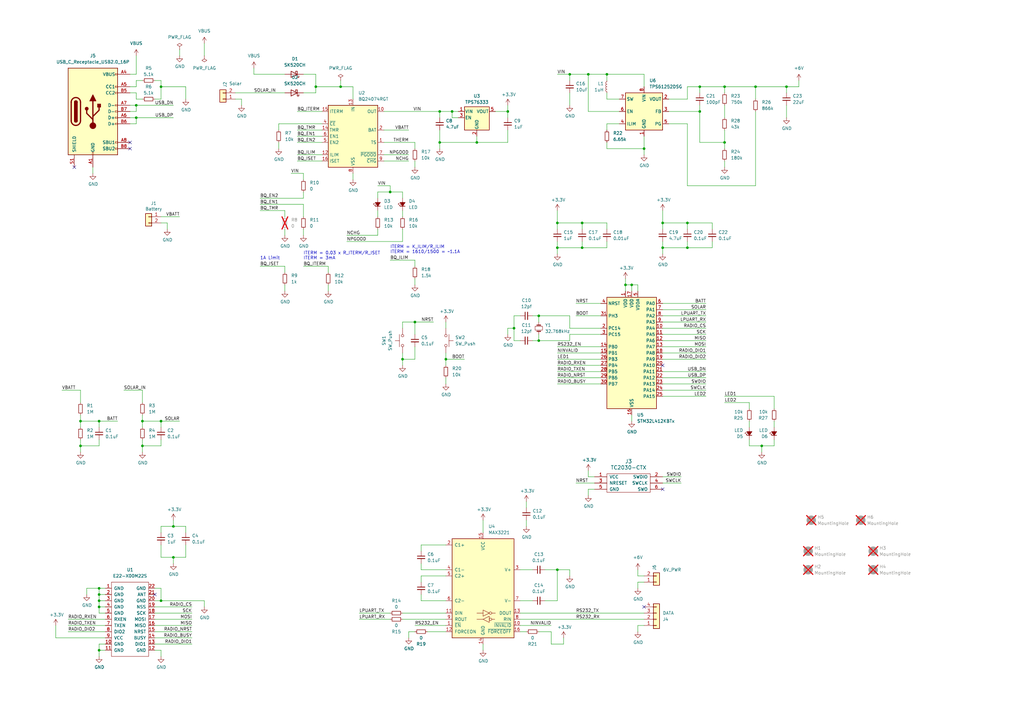
<source format=kicad_sch>
(kicad_sch (version 20230121) (generator eeschema)
  (paper "A3")
  (title_block (title "Chaac NG") (date "2024-07-21") (rev "7.1") (company "Quesadillon LLC"))
  (junction (at 33.02 182.88))
  (junction (at 182.88 147.32))
  (junction (at 281.94 101.6))
  (junction (at 40.64 248.92))
  (junction (at 66.04 172.72))
  (junction (at 309.88 35.56))
  (junction (at 238.76 101.6))
  (junction (at 55.88 48.26))
  (junction (at 71.12 228.6))
  (junction (at 66.04 35.56))
  (junction (at 208.28 45.72))
  (junction (at 287.02 45.72))
  (junction (at 228.6 101.6))
  (junction (at 40.64 243.84))
  (junction (at 129.54 35.56))
  (junction (at 322.58 35.56))
  (junction (at 220.98 139.7))
  (junction (at 195.58 58.42))
  (junction (at 139.7 35.56))
  (junction (at 256.54 116.84))
  (junction (at 71.12 215.9))
  (junction (at 233.68 30.48))
  (junction (at 228.6 233.68))
  (junction (at 185.42 45.72))
  (junction (at 165.1 147.32))
  (junction (at 40.64 246.38))
  (junction (at 238.76 91.44))
  (junction (at 281.94 91.44))
  (junction (at 40.64 172.72))
  (junction (at 297.18 58.42))
  (junction (at 58.42 182.88))
  (junction (at 248.92 30.48))
  (junction (at 66.04 246.38))
  (junction (at 287.02 35.56))
  (junction (at 210.82 134.62))
  (junction (at 33.02 172.72))
  (junction (at 170.18 132.08))
  (junction (at 180.34 45.72))
  (junction (at 271.78 91.44))
  (junction (at 297.18 35.56))
  (junction (at 241.3 30.48))
  (junction (at 160.02 78.74))
  (junction (at 55.88 43.18))
  (junction (at 264.16 60.96))
  (junction (at 312.42 182.88))
  (junction (at 220.98 129.54))
  (junction (at 40.64 266.7))
  (junction (at 58.42 172.72))
  (junction (at 259.08 116.84))
  (junction (at 180.34 58.42))
  (junction (at 271.78 101.6))
  (junction (at 228.6 91.44))
  (junction (at 40.64 241.3))
  (no_connect (at 30.48 68.58))
  (no_connect (at 271.78 200.66))
  (no_connect (at 63.5 243.84))
  (no_connect (at 53.34 60.96))
  (no_connect (at 53.34 58.42))
  (no_connect (at 264.16 248.92))
  (no_connect (at 271.78 149.86))
  (wire (pts (xy 66.04 215.9) (xy 66.04 218.44)))
  (wire (pts (xy 238.76 101.6) (xy 228.6 101.6)))
  (wire (pts (xy 66.04 40.64) (xy 66.04 35.56)))
  (wire (pts (xy 233.68 30.48) (xy 233.68 33.02)))
  (wire (pts (xy 43.18 256.54) (xy 27.94 256.54)))
  (wire (pts (xy 53.34 38.1) (xy 55.88 38.1)))
  (wire (pts (xy 233.68 38.1) (xy 233.68 43.18)))
  (wire (pts (xy 246.38 142.24) (xy 228.6 142.24)))
  (wire (pts (xy 63.5 241.3) (xy 66.04 241.3)))
  (wire (pts (xy 165.1 147.32) (xy 165.1 149.86)))
  (wire (pts (xy 76.2 35.56) (xy 76.2 40.64)))
  (wire (pts (xy 223.52 233.68) (xy 228.6 233.68)))
  (wire (pts (xy 170.18 142.24) (xy 170.18 147.32)))
  (wire (pts (xy 55.88 35.56) (xy 55.88 33.02)))
  (wire (pts (xy 83.82 17.78) (xy 83.82 22.86)))
  (wire (pts (xy 187.96 48.26) (xy 185.42 48.26)))
  (wire (pts (xy 58.42 170.18) (xy 58.42 172.72)))
  (wire (pts (xy 55.88 43.18) (xy 71.12 43.18)))
  (wire (pts (xy 287.02 35.56) (xy 297.18 35.56)))
  (wire (pts (xy 243.84 195.58) (xy 241.3 195.58)))
  (wire (pts (xy 213.36 254) (xy 264.16 254)))
  (wire (pts (xy 287.02 35.56) (xy 287.02 38.1)))
  (wire (pts (xy 40.64 266.7) (xy 43.18 266.7)))
  (wire (pts (xy 271.78 101.6) (xy 281.94 101.6)))
  (wire (pts (xy 116.84 93.98) (xy 116.84 96.52)))
  (wire (pts (xy 157.48 63.5) (xy 167.64 63.5)))
  (wire (pts (xy 40.64 264.16) (xy 43.18 264.16)))
  (wire (pts (xy 271.78 132.08) (xy 289.56 132.08)))
  (wire (pts (xy 170.18 114.3) (xy 170.18 116.84)))
  (wire (pts (xy 154.94 86.36) (xy 154.94 88.9)))
  (wire (pts (xy 154.94 76.2) (xy 160.02 76.2)))
  (wire (pts (xy 233.68 233.68) (xy 233.68 236.22)))
  (wire (pts (xy 165.1 254) (xy 182.88 254)))
  (wire (pts (xy 55.88 45.72) (xy 55.88 43.18)))
  (wire (pts (xy 71.12 228.6) (xy 71.12 231.14)))
  (wire (pts (xy 281.94 91.44) (xy 292.1 91.44)))
  (wire (pts (xy 165.1 78.74) (xy 165.1 81.28)))
  (wire (pts (xy 33.02 172.72) (xy 40.64 172.72)))
  (wire (pts (xy 297.18 35.56) (xy 297.18 38.1)))
  (wire (pts (xy 124.46 83.82) (xy 124.46 88.9)))
  (wire (pts (xy 134.62 109.22) (xy 134.62 111.76)))
  (wire (pts (xy 185.42 45.72) (xy 187.96 45.72)))
  (wire (pts (xy 160.02 78.74) (xy 165.1 78.74)))
  (wire (pts (xy 43.18 246.38) (xy 40.64 246.38)))
  (wire (pts (xy 40.64 182.88) (xy 33.02 182.88)))
  (wire (pts (xy 66.04 241.3) (xy 66.04 246.38)))
  (wire (pts (xy 55.88 38.1) (xy 55.88 40.64)))
  (wire (pts (xy 144.78 40.64) (xy 144.78 35.56)))
  (wire (pts (xy 129.54 38.1) (xy 129.54 35.56)))
  (wire (pts (xy 33.02 172.72) (xy 33.02 175.26)))
  (wire (pts (xy 213.36 259.08) (xy 215.9 259.08)))
  (wire (pts (xy 213.36 251.46) (xy 264.16 251.46)))
  (wire (pts (xy 264.16 60.96) (xy 264.16 63.5)))
  (wire (pts (xy 182.88 147.32) (xy 182.88 149.86)))
  (wire (pts (xy 271.78 101.6) (xy 271.78 104.14)))
  (wire (pts (xy 312.42 182.88) (xy 312.42 185.42)))
  (wire (pts (xy 297.18 53.34) (xy 297.18 58.42)))
  (wire (pts (xy 248.92 33.02) (xy 248.92 30.48)))
  (wire (pts (xy 35.56 241.3) (xy 35.56 243.84)))
  (wire (pts (xy 63.5 251.46) (xy 78.74 251.46)))
  (wire (pts (xy 208.28 45.72) (xy 208.28 48.26)))
  (wire (pts (xy 129.54 30.48) (xy 129.54 35.56)))
  (wire (pts (xy 165.1 132.08) (xy 170.18 132.08)))
  (wire (pts (xy 220.98 139.7) (xy 233.68 139.7)))
  (wire (pts (xy 238.76 101.6) (xy 238.76 99.06)))
  (wire (pts (xy 309.88 35.56) (xy 309.88 40.64)))
  (wire (pts (xy 99.06 43.18) (xy 99.06 40.64)))
  (wire (pts (xy 165.1 86.36) (xy 165.1 88.9)))
  (wire (pts (xy 281.94 101.6) (xy 292.1 101.6)))
  (wire (pts (xy 256.54 116.84) (xy 256.54 119.38)))
  (wire (pts (xy 210.82 134.62) (xy 208.28 134.62)))
  (wire (pts (xy 271.78 137.16) (xy 289.56 137.16)))
  (wire (pts (xy 271.78 129.54) (xy 289.56 129.54)))
  (wire (pts (xy 281.94 99.06) (xy 281.94 101.6)))
  (wire (pts (xy 210.82 134.62) (xy 210.82 129.54)))
  (wire (pts (xy 116.84 116.84) (xy 116.84 119.38)))
  (wire (pts (xy 66.04 33.02) (xy 63.5 33.02)))
  (wire (pts (xy 139.7 33.02) (xy 139.7 35.56)))
  (wire (pts (xy 121.92 66.04) (xy 132.08 66.04)))
  (wire (pts (xy 76.2 215.9) (xy 76.2 218.44)))
  (wire (pts (xy 261.62 241.3) (xy 261.62 238.76)))
  (wire (pts (xy 63.5 254) (xy 78.74 254)))
  (wire (pts (xy 71.12 228.6) (xy 66.04 228.6)))
  (wire (pts (xy 50.8 160.02) (xy 58.42 160.02)))
  (wire (pts (xy 281.94 40.64) (xy 281.94 35.56)))
  (wire (pts (xy 287.02 58.42) (xy 297.18 58.42)))
  (wire (pts (xy 106.68 86.36) (xy 116.84 86.36)))
  (wire (pts (xy 271.78 86.36) (xy 271.78 91.44)))
  (wire (pts (xy 271.78 198.12) (xy 279.4 198.12)))
  (wire (pts (xy 66.04 180.34) (xy 66.04 182.88)))
  (wire (pts (xy 185.42 45.72) (xy 180.34 45.72)))
  (wire (pts (xy 55.88 50.8) (xy 55.88 48.26)))
  (wire (pts (xy 228.6 144.78) (xy 246.38 144.78)))
  (wire (pts (xy 256.54 114.3) (xy 256.54 116.84)))
  (wire (pts (xy 182.88 233.68) (xy 172.72 233.68)))
  (wire (pts (xy 66.04 246.38) (xy 83.82 246.38)))
  (wire (pts (xy 172.72 238.76) (xy 172.72 236.22)))
  (wire (pts (xy 215.9 205.74) (xy 215.9 208.28)))
  (wire (pts (xy 154.94 93.98) (xy 154.94 96.52)))
  (wire (pts (xy 185.42 48.26) (xy 185.42 45.72)))
  (wire (pts (xy 317.5 172.72) (xy 317.5 175.26)))
  (wire (pts (xy 180.34 45.72) (xy 180.34 48.26)))
  (wire (pts (xy 248.92 60.96) (xy 264.16 60.96)))
  (wire (pts (xy 134.62 116.84) (xy 134.62 119.38)))
  (wire (pts (xy 271.78 139.7) (xy 289.56 139.7)))
  (wire (pts (xy 228.6 101.6) (xy 228.6 104.14)))
  (wire (pts (xy 71.12 215.9) (xy 66.04 215.9)))
  (wire (pts (xy 172.72 233.68) (xy 172.72 231.14)))
  (wire (pts (xy 142.24 99.06) (xy 165.1 99.06)))
  (wire (pts (xy 241.3 45.72) (xy 241.3 30.48)))
  (wire (pts (xy 271.78 99.06) (xy 271.78 101.6)))
  (wire (pts (xy 274.32 45.72) (xy 287.02 45.72)))
  (wire (pts (xy 236.22 129.54) (xy 246.38 129.54)))
  (wire (pts (xy 121.92 45.72) (xy 132.08 45.72)))
  (wire (pts (xy 238.76 91.44) (xy 238.76 93.98)))
  (wire (pts (xy 261.62 233.68) (xy 261.62 236.22)))
  (wire (pts (xy 317.5 167.64) (xy 317.5 162.56)))
  (wire (pts (xy 180.34 58.42) (xy 180.34 60.96)))
  (wire (pts (xy 317.5 182.88) (xy 317.5 180.34)))
  (wire (pts (xy 261.62 238.76) (xy 264.16 238.76)))
  (wire (pts (xy 170.18 256.54) (xy 182.88 256.54)))
  (wire (pts (xy 170.18 132.08) (xy 170.18 137.16)))
  (wire (pts (xy 246.38 147.32) (xy 228.6 147.32)))
  (wire (pts (xy 213.36 233.68) (xy 218.44 233.68)))
  (wire (pts (xy 53.34 48.26) (xy 55.88 48.26)))
  (wire (pts (xy 297.18 162.56) (xy 317.5 162.56)))
  (wire (pts (xy 43.18 254) (xy 27.94 254)))
  (wire (pts (xy 73.66 20.32) (xy 73.66 22.86)))
  (wire (pts (xy 40.64 251.46) (xy 43.18 251.46)))
  (wire (pts (xy 22.86 261.62) (xy 43.18 261.62)))
  (wire (pts (xy 220.98 129.54) (xy 220.98 132.08)))
  (wire (pts (xy 180.34 58.42) (xy 180.34 53.34)))
  (wire (pts (xy 297.18 35.56) (xy 309.88 35.56)))
  (wire (pts (xy 254 45.72) (xy 241.3 45.72)))
  (wire (pts (xy 264.16 55.88) (xy 264.16 60.96)))
  (wire (pts (xy 154.94 78.74) (xy 160.02 78.74)))
  (wire (pts (xy 228.6 91.44) (xy 238.76 91.44)))
  (wire (pts (xy 248.92 91.44) (xy 248.92 93.98)))
  (wire (pts (xy 292.1 91.44) (xy 292.1 93.98)))
  (wire (pts (xy 228.6 154.94) (xy 246.38 154.94)))
  (wire (pts (xy 55.88 48.26) (xy 71.12 48.26)))
  (wire (pts (xy 66.04 91.44) (xy 68.58 91.44)))
  (wire (pts (xy 66.04 35.56) (xy 76.2 35.56)))
  (wire (pts (xy 203.2 45.72) (xy 208.28 45.72)))
  (wire (pts (xy 287.02 58.42) (xy 287.02 45.72)))
  (wire (pts (xy 43.18 259.08) (xy 27.94 259.08)))
  (wire (pts (xy 271.78 160.02) (xy 289.56 160.02)))
  (wire (pts (xy 271.78 91.44) (xy 281.94 91.44)))
  (wire (pts (xy 264.16 256.54) (xy 261.62 256.54)))
  (wire (pts (xy 264.16 30.48) (xy 264.16 35.56)))
  (wire (pts (xy 40.64 248.92) (xy 40.64 251.46)))
  (wire (pts (xy 43.18 243.84) (xy 40.64 243.84)))
  (wire (pts (xy 271.78 154.94) (xy 289.56 154.94)))
  (wire (pts (xy 228.6 246.38) (xy 223.52 246.38)))
  (wire (pts (xy 71.12 215.9) (xy 76.2 215.9)))
  (wire (pts (xy 233.68 139.7) (xy 233.68 137.16)))
  (wire (pts (xy 233.68 30.48) (xy 241.3 30.48)))
  (wire (pts (xy 58.42 172.72) (xy 58.42 175.26)))
  (wire (pts (xy 96.52 38.1) (xy 116.84 38.1)))
  (wire (pts (xy 66.04 223.52) (xy 66.04 228.6)))
  (wire (pts (xy 114.3 50.8) (xy 114.3 53.34)))
  (wire (pts (xy 208.28 53.34) (xy 208.28 58.42)))
  (wire (pts (xy 53.34 45.72) (xy 55.88 45.72)))
  (wire (pts (xy 322.58 43.18) (xy 322.58 48.26)))
  (wire (pts (xy 307.34 180.34) (xy 307.34 182.88)))
  (wire (pts (xy 172.72 243.84) (xy 172.72 246.38)))
  (wire (pts (xy 228.6 101.6) (xy 228.6 99.06)))
  (wire (pts (xy 40.64 266.7) (xy 40.64 264.16)))
  (wire (pts (xy 297.18 43.18) (xy 297.18 48.26)))
  (wire (pts (xy 246.38 149.86) (xy 228.6 149.86)))
  (wire (pts (xy 154.94 81.28) (xy 154.94 78.74)))
  (wire (pts (xy 147.32 254) (xy 160.02 254)))
  (wire (pts (xy 40.64 241.3) (xy 35.56 241.3)))
  (wire (pts (xy 208.28 43.18) (xy 208.28 45.72)))
  (wire (pts (xy 38.1 68.58) (xy 38.1 71.12)))
  (wire (pts (xy 182.88 154.94) (xy 182.88 157.48)))
  (wire (pts (xy 309.88 35.56) (xy 322.58 35.56)))
  (wire (pts (xy 121.92 53.34) (xy 132.08 53.34)))
  (wire (pts (xy 40.64 241.3) (xy 40.64 243.84)))
  (wire (pts (xy 226.06 259.08) (xy 226.06 264.16)))
  (wire (pts (xy 271.78 124.46) (xy 289.56 124.46)))
  (wire (pts (xy 195.58 58.42) (xy 180.34 58.42)))
  (wire (pts (xy 76.2 228.6) (xy 71.12 228.6)))
  (wire (pts (xy 264.16 236.22) (xy 261.62 236.22)))
  (wire (pts (xy 116.84 86.36) (xy 116.84 88.9)))
  (wire (pts (xy 248.92 101.6) (xy 238.76 101.6)))
  (wire (pts (xy 236.22 124.46) (xy 246.38 124.46)))
  (wire (pts (xy 40.64 172.72) (xy 48.26 172.72)))
  (wire (pts (xy 121.92 55.88) (xy 132.08 55.88)))
  (wire (pts (xy 322.58 35.56) (xy 322.58 38.1)))
  (wire (pts (xy 259.08 116.84) (xy 259.08 119.38)))
  (wire (pts (xy 220.98 137.16) (xy 220.98 139.7)))
  (wire (pts (xy 172.72 236.22) (xy 182.88 236.22)))
  (wire (pts (xy 246.38 134.62) (xy 233.68 134.62)))
  (wire (pts (xy 281.94 76.2) (xy 281.94 50.8)))
  (wire (pts (xy 198.12 264.16) (xy 198.12 266.7)))
  (wire (pts (xy 248.92 99.06) (xy 248.92 101.6)))
  (wire (pts (xy 124.46 109.22) (xy 134.62 109.22)))
  (wire (pts (xy 170.18 58.42) (xy 170.18 60.96)))
  (wire (pts (xy 228.6 233.68) (xy 233.68 233.68)))
  (wire (pts (xy 287.02 43.18) (xy 287.02 45.72)))
  (wire (pts (xy 104.14 27.94) (xy 104.14 30.48)))
  (wire (pts (xy 243.84 198.12) (xy 236.22 198.12)))
  (wire (pts (xy 76.2 223.52) (xy 76.2 228.6)))
  (wire (pts (xy 271.78 142.24) (xy 289.56 142.24)))
  (wire (pts (xy 165.1 134.62) (xy 165.1 132.08)))
  (wire (pts (xy 157.48 53.34) (xy 167.64 53.34)))
  (wire (pts (xy 228.6 30.48) (xy 233.68 30.48)))
  (wire (pts (xy 124.46 38.1) (xy 129.54 38.1)))
  (wire (pts (xy 33.02 182.88) (xy 33.02 185.42)))
  (wire (pts (xy 142.24 96.52) (xy 154.94 96.52)))
  (wire (pts (xy 208.28 58.42) (xy 195.58 58.42)))
  (wire (pts (xy 83.82 246.38) (xy 83.82 248.92)))
  (wire (pts (xy 248.92 38.1) (xy 248.92 40.64)))
  (wire (pts (xy 241.3 203.2) (xy 241.3 200.66)))
  (wire (pts (xy 63.5 40.64) (xy 66.04 40.64)))
  (wire (pts (xy 170.18 66.04) (xy 170.18 68.58)))
  (wire (pts (xy 116.84 109.22) (xy 116.84 111.76)))
  (wire (pts (xy 40.64 246.38) (xy 40.64 248.92)))
  (wire (pts (xy 55.88 40.64) (xy 58.42 40.64)))
  (wire (pts (xy 198.12 213.36) (xy 198.12 218.44)))
  (wire (pts (xy 271.78 144.78) (xy 289.56 144.78)))
  (wire (pts (xy 307.34 182.88) (xy 312.42 182.88)))
  (wire (pts (xy 165.1 144.78) (xy 165.1 147.32)))
  (wire (pts (xy 58.42 180.34) (xy 58.42 182.88)))
  (wire (pts (xy 167.64 259.08) (xy 167.64 261.62)))
  (wire (pts (xy 309.88 45.72) (xy 309.88 76.2)))
  (wire (pts (xy 233.68 137.16) (xy 246.38 137.16)))
  (wire (pts (xy 213.36 139.7) (xy 210.82 139.7)))
  (wire (pts (xy 40.64 172.72) (xy 40.64 175.26)))
  (wire (pts (xy 43.18 241.3) (xy 40.64 241.3)))
  (wire (pts (xy 66.04 172.72) (xy 73.66 172.72)))
  (wire (pts (xy 246.38 152.4) (xy 228.6 152.4)))
  (wire (pts (xy 63.5 259.08) (xy 78.74 259.08)))
  (wire (pts (xy 281.94 50.8) (xy 274.32 50.8)))
  (wire (pts (xy 307.34 175.26) (xy 307.34 172.72)))
  (wire (pts (xy 22.86 256.54) (xy 22.86 261.62)))
  (wire (pts (xy 165.1 93.98) (xy 165.1 99.06)))
  (wire (pts (xy 106.68 83.82) (xy 124.46 83.82)))
  (wire (pts (xy 63.5 264.16) (xy 78.74 264.16)))
  (wire (pts (xy 259.08 170.18) (xy 259.08 172.72)))
  (wire (pts (xy 233.68 134.62) (xy 233.68 129.54)))
  (wire (pts (xy 66.04 88.9) (xy 73.66 88.9)))
  (wire (pts (xy 33.02 170.18) (xy 33.02 172.72)))
  (wire (pts (xy 25.4 160.02) (xy 33.02 160.02)))
  (wire (pts (xy 124.46 93.98) (xy 124.46 96.52)))
  (wire (pts (xy 114.3 58.42) (xy 114.3 60.96)))
  (wire (pts (xy 170.18 106.68) (xy 170.18 109.22)))
  (wire (pts (xy 182.88 147.32) (xy 190.5 147.32)))
  (wire (pts (xy 53.34 30.48) (xy 55.88 30.48)))
  (wire (pts (xy 63.5 256.54) (xy 78.74 256.54)))
  (wire (pts (xy 312.42 182.88) (xy 317.5 182.88)))
  (wire (pts (xy 170.18 259.08) (xy 167.64 259.08)))
  (wire (pts (xy 233.68 129.54) (xy 220.98 129.54)))
  (wire (pts (xy 157.48 66.04) (xy 167.64 66.04)))
  (wire (pts (xy 241.3 193.04) (xy 241.3 195.58)))
  (wire (pts (xy 259.08 116.84) (xy 256.54 116.84)))
  (wire (pts (xy 165.1 251.46) (xy 182.88 251.46)))
  (wire (pts (xy 254 50.8) (xy 248.92 50.8)))
  (wire (pts (xy 172.72 223.52) (xy 182.88 223.52)))
  (wire (pts (xy 182.88 132.08) (xy 182.88 134.62)))
  (wire (pts (xy 124.46 78.74) (xy 124.46 81.28)))
  (wire (pts (xy 63.5 248.92) (xy 78.74 248.92)))
  (wire (pts (xy 281.94 35.56) (xy 287.02 35.56)))
  (wire (pts (xy 104.14 30.48) (xy 116.84 30.48)))
  (wire (pts (xy 248.92 30.48) (xy 264.16 30.48)))
  (wire (pts (xy 182.88 144.78) (xy 182.88 147.32)))
  (wire (pts (xy 213.36 256.54) (xy 226.06 256.54)))
  (wire (pts (xy 210.82 139.7) (xy 210.82 134.62)))
  (wire (pts (xy 147.32 251.46) (xy 160.02 251.46)))
  (wire (pts (xy 210.82 129.54) (xy 213.36 129.54)))
  (wire (pts (xy 139.7 35.56) (xy 144.78 35.56)))
  (wire (pts (xy 327.66 33.02) (xy 327.66 35.56)))
  (wire (pts (xy 129.54 35.56) (xy 139.7 35.56)))
  (wire (pts (xy 157.48 58.42) (xy 170.18 58.42)))
  (wire (pts (xy 220.98 259.08) (xy 226.06 259.08)))
  (wire (pts (xy 271.78 147.32) (xy 289.56 147.32)))
  (wire (pts (xy 106.68 81.28) (xy 124.46 81.28)))
  (wire (pts (xy 274.32 40.64) (xy 281.94 40.64)))
  (wire (pts (xy 160.02 78.74) (xy 160.02 76.2)))
  (wire (pts (xy 63.5 266.7) (xy 66.04 266.7)))
  (wire (pts (xy 213.36 246.38) (xy 218.44 246.38)))
  (wire (pts (xy 297.18 165.1) (xy 307.34 165.1)))
  (wire (pts (xy 144.78 71.12) (xy 144.78 73.66)))
  (wire (pts (xy 165.1 147.32) (xy 170.18 147.32)))
  (wire (pts (xy 63.5 261.62) (xy 78.74 261.62)))
  (wire (pts (xy 71.12 213.36) (xy 71.12 215.9)))
  (wire (pts (xy 241.3 30.48) (xy 248.92 30.48)))
  (wire (pts (xy 175.26 259.08) (xy 182.88 259.08)))
  (wire (pts (xy 160.02 106.68) (xy 170.18 106.68)))
  (wire (pts (xy 271.78 195.58) (xy 279.4 195.58)))
  (wire (pts (xy 292.1 101.6) (xy 292.1 99.06)))
  (wire (pts (xy 33.02 165.1) (xy 33.02 160.02)))
  (wire (pts (xy 271.78 162.56) (xy 289.56 162.56)))
  (wire (pts (xy 170.18 132.08) (xy 177.8 132.08)))
  (wire (pts (xy 195.58 55.88) (xy 195.58 58.42)))
  (wire (pts (xy 66.04 246.38) (xy 63.5 246.38)))
  (wire (pts (xy 228.6 233.68) (xy 228.6 246.38)))
  (wire (pts (xy 124.46 30.48) (xy 129.54 30.48)))
  (wire (pts (xy 228.6 86.36) (xy 228.6 91.44)))
  (wire (pts (xy 106.68 109.22) (xy 116.84 109.22)))
  (wire (pts (xy 172.72 246.38) (xy 182.88 246.38)))
  (wire (pts (xy 40.64 180.34) (xy 40.64 182.88)))
  (wire (pts (xy 297.18 58.42) (xy 297.18 60.96)))
  (wire (pts (xy 261.62 116.84) (xy 261.62 119.38)))
  (wire (pts (xy 53.34 43.18) (xy 55.88 43.18)))
  (wire (pts (xy 40.64 243.84) (xy 40.64 246.38)))
  (wire (pts (xy 121.92 58.42) (xy 132.08 58.42)))
  (wire (pts (xy 271.78 152.4) (xy 289.56 152.4)))
  (wire (pts (xy 119.38 71.12) (xy 124.46 71.12)))
  (wire (pts (xy 248.92 50.8) (xy 248.92 53.34)))
  (wire (pts (xy 322.58 35.56) (xy 327.66 35.56)))
  (wire (pts (xy 218.44 139.7) (xy 220.98 139.7)))
  (wire (pts (xy 261.62 256.54) (xy 261.62 259.08)))
  (wire (pts (xy 53.34 35.56) (xy 55.88 35.56)))
  (wire (pts (xy 68.58 91.44) (xy 68.58 93.98)))
  (wire (pts (xy 58.42 165.1) (xy 58.42 160.02)))
  (wire (pts (xy 124.46 71.12) (xy 124.46 73.66)))
  (wire (pts (xy 157.48 45.72) (xy 180.34 45.72)))
  (wire (pts (xy 58.42 182.88) (xy 58.42 185.42)))
  (wire (pts (xy 208.28 134.62) (xy 208.28 137.16)))
  (wire (pts (xy 231.14 264.16) (xy 226.06 264.16)))
  (wire (pts (xy 238.76 91.44) (xy 248.92 91.44)))
  (wire (pts (xy 231.14 261.62) (xy 231.14 264.16)))
  (wire (pts (xy 66.04 172.72) (xy 66.04 175.26)))
  (wire (pts (xy 172.72 226.06) (xy 172.72 223.52)))
  (wire (pts (xy 99.06 40.64) (xy 96.52 40.64)))
  (wire (pts (xy 259.08 116.84) (xy 261.62 116.84)))
  (wire (pts (xy 307.34 167.64) (xy 307.34 165.1)))
  (wire (pts (xy 66.04 182.88) (xy 58.42 182.88)))
  (wire (pts (xy 297.18 66.04) (xy 297.18 68.58)))
  (wire (pts (xy 58.42 172.72) (xy 66.04 172.72)))
  (wire (pts (xy 215.9 213.36) (xy 215.9 215.9)))
  (wire (pts (xy 248.92 58.42) (xy 248.92 60.96)))
  (wire (pts (xy 248.92 40.64) (xy 254 40.64)))
  (wire (pts (xy 40.64 269.24) (xy 40.64 266.7)))
  (wire (pts (xy 271.78 93.98) (xy 271.78 91.44)))
  (wire (pts (xy 121.92 63.5) (xy 132.08 63.5)))
  (wire (pts (xy 53.34 50.8) (xy 55.88 50.8)))
  (wire (pts (xy 281.94 91.44) (xy 281.94 93.98)))
  (wire (pts (xy 33.02 180.34) (xy 33.02 182.88)))
  (wire (pts (xy 55.88 33.02) (xy 58.42 33.02)))
  (wire (pts (xy 271.78 127) (xy 289.56 127)))
  (wire (pts (xy 271.78 134.62) (xy 289.56 134.62)))
  (wire (pts (xy 66.04 35.56) (xy 66.04 33.02)))
  (wire (pts (xy 271.78 157.48) (xy 289.56 157.48)))
  (wire (pts (xy 309.88 76.2) (xy 281.94 76.2)))
  (wire (pts (xy 246.38 157.48) (xy 228.6 157.48)))
  (wire (pts (xy 218.44 129.54) (xy 220.98 129.54)))
  (wire (pts (xy 132.08 50.8) (xy 114.3 50.8)))
  (wire (pts (xy 55.88 22.86) (xy 55.88 30.48)))
  (wire (pts (xy 243.84 200.66) (xy 241.3 200.66)))
  (wire (pts (xy 228.6 91.44) (xy 228.6 93.98)))
  (wire (pts (xy 43.18 248.92) (xy 40.64 248.92)))
  (wire (pts (xy 66.04 266.7) (xy 66.04 269.24)))
  (text "ITERM = K_ILIM/R_ILIM\nITERM = 1610/1500 = ~1.1A" (at 160.02 104.14 0) (effects (font (size 1.27 1.27)) (justify left bottom)))
  (text "ITERM = 0.03 x R_ITERM/R_ISET\nITERM = 3mA" (at 124.46 106.68 0) (effects (font (size 1.27 1.27)) (justify left bottom)))
  (text "1A Limit" (at 106.68 106.68 0) (effects (font (size 1.27 1.27)) (justify left bottom)))
  (label "LPUART_RX" (at 147.32 254 0))
  (label "RS232_EN" (at 170.18 256.54 0))
  (label "NCHG" (at 142.24 96.52 0))
  (label "RADIO_DIO2" (at 27.94 259.08 0))
  (label "RADIO_DIO1" (at 78.74 264.16 180))
  (label "RS232_RX" (at 236.22 254 0))
  (label "RADIO_DIO2" (at 289.56 147.32 180))
  (label "RADIO_DIO1" (at 289.56 144.78 180))
  (label "VIN" (at 228.6 30.48 0))
  (label "RADIO_NRST" (at 228.6 154.94 0))
  (label "USB_DN" (at 71.12 43.18 180))
  (label "NRST" (at 177.8 132.08 180))
  (label "LED2" (at 297.18 165.1 0))
  (label "VIN" (at 154.94 76.2 0))
  (label "SCK" (at 289.56 137.16 180))
  (label "LED1" (at 297.18 162.56 0))
  (label "RADIO_CS" (at 289.56 134.62 180))
  (label "SOLAR_IN" (at 50.8 160.02 0))
  (label "RADIO_BUSY" (at 228.6 157.48 0))
  (label "BATT" (at 48.26 172.72 180))
  (label "NRST" (at 236.22 124.46 0))
  (label "SOLAR_IN" (at 104.14 38.1 0))
  (label "BQ_EN2" (at 121.92 58.42 0))
  (label "LED2" (at 289.56 162.56 180))
  (label "NPGOOD" (at 167.64 63.5 180))
  (label "RS232_TX" (at 236.22 251.46 0))
  (label "VIN" (at 119.38 71.12 0))
  (label "BQ_ISET" (at 106.68 109.22 0))
  (label "RS232_EN" (at 228.6 142.24 0))
  (label "VBATT" (at 73.66 88.9 180))
  (label "NPGOOD" (at 142.24 99.06 0))
  (label "VBATT" (at 25.4 160.02 0))
  (label "RADIO_CS" (at 78.74 248.92 180))
  (label "BQ_TMR" (at 121.92 53.34 0))
  (label "BQ_EN1" (at 106.68 83.82 0))
  (label "THERM" (at 167.64 58.42 180))
  (label "RADIO_TXEN" (at 27.94 256.54 0))
  (label "SWDIO" (at 279.4 195.58 180))
  (label "USB_DP" (at 289.56 154.94 180))
  (label "NINVALID" (at 226.06 256.54 180))
  (label "VBATT" (at 167.64 53.34 180))
  (label "BQ_TMR" (at 106.68 86.36 0))
  (label "USB_DP" (at 71.12 48.26 180))
  (label "BQ_ILIM" (at 160.02 106.68 0))
  (label "RADIO_RXEN" (at 27.94 254 0))
  (label "LPUART_TX" (at 289.56 129.54 180))
  (label "BOOT" (at 190.5 147.32 180))
  (label "BQ_ISET" (at 121.92 66.04 0))
  (label "BQ_ILIM" (at 121.92 63.5 0))
  (label "MOSI" (at 289.56 142.24 180))
  (label "SWCLK" (at 279.4 198.12 180))
  (label "MOSI" (at 78.74 254 180))
  (label "BQ_ITERM" (at 121.92 45.72 0))
  (label "SWCLK" (at 289.56 160.02 180))
  (label "RADIO_BUSY" (at 78.74 261.62 180))
  (label "NCHG" (at 167.64 66.04 180))
  (label "MISO" (at 289.56 139.7 180))
  (label "RADIO_RXEN" (at 228.6 149.86 0))
  (label "NINVALID" (at 228.6 144.78 0))
  (label "LED1" (at 228.6 147.32 0))
  (label "SWDIO" (at 289.56 157.48 180))
  (label "BOOT" (at 236.22 129.54 0))
  (label "NRST" (at 236.22 198.12 0))
  (label "SCK" (at 78.74 251.46 180))
  (label "LPUART_TX" (at 147.32 251.46 0))
  (label "SOLAR" (at 73.66 172.72 180))
  (label "RADIO_TXEN" (at 228.6 152.4 0))
  (label "VIN" (at 172.72 45.72 180))
  (label "RADIO_NRST" (at 78.74 259.08 180))
  (label "LPUART_RX" (at 289.56 132.08 180))
  (label "BATT" (at 289.56 124.46 180))
  (label "MISO" (at 78.74 256.54 180))
  (label "BQ_EN1" (at 121.92 55.88 0))
  (label "USB_DN" (at 289.56 152.4 180))
  (label "BQ_EN2" (at 106.68 81.28 0))
  (label "SOLAR" (at 289.56 127 180))
  (label "BQ_ITERM" (at 124.46 109.22 0))
  (symbol (lib_id "Device:R_Small") (at 116.84 91.44 0) (unit 1) (dnp yes)
    (property "Reference" "R8" (at 119.38 90.17 0) (effects (justify left)))
    (property "Value" "0" (at 119.38 92.71 0) (effects (justify left)))
    (property "Footprint" "Resistor_SMD:R_0402_1005Metric" (effects hide))
    (property "LCSC" "C17168" (effects hide))
  )
  (symbol (lib_id "power:VBUS") (at 83.82 17.78 0) (unit 1)
    (property "Reference" "#PWR014" (effects hide))
    (property "Value" "VBUS" (at 83.82 12.7 0))
  )
  (symbol (lib_id "power:GND") (at 73.66 22.86 0) (unit 1)
    (property "Reference" "#PWR012" (effects hide))
    (property "Value" "GND" (at 73.787 27.2542 0))
  )
  (symbol (lib_id "Device:R_Small") (at 165.1 91.44 0) (unit 1)
    (property "Reference" "R16" (at 167.64 90.17 0) (effects (justify left)))
    (property "Value" "10k" (at 167.64 92.71 0) (effects (justify left)))
    (property "Footprint" "Resistor_SMD:R_0402_1005Metric" (effects hide))
    (property "LCSC" "C25744" (effects hide))
  )
  (symbol (lib_id "Connector_Generic:Conn_01x02") (at 269.24 238.76 0) (mirror x) (unit 1)
    (property "Reference" "J6" (at 268.3764 233.9848 90) (effects (justify right)))
    (property "Value" "6V_PWR" (at 279.4 233.68 0) (effects (justify right)))
    (property "Footprint" "alvarop:TerminalBlock_TE_282834-2_1x02_P2.54mm_Horizontal" (effects hide))
    (property "MPN" "282834-2" (effects hide))
    (property "DKPN" "A98333-ND" (effects hide))
    (property "LCSC" "C918120" (effects hide))
  )
  (symbol (lib_id "Device:R_Small") (at 124.46 76.2 0) (unit 1)
    (property "Reference" "R10" (at 127 74.93 0) (effects (justify left)))
    (property "Value" "0" (at 127 77.47 0) (effects (justify left)))
    (property "Footprint" "Resistor_SMD:R_0402_1005Metric" (effects hide))
    (property "LCSC" "C17168" (effects hide))
  )
  (symbol (lib_id "Device:L_Small") (at 248.92 35.56 0) (mirror y) (unit 1)
    (property "Reference" "L1" (at 247.65 34.29 0) (effects (justify left)))
    (property "Value" "1uH" (at 247.65 36.83 0) (effects (justify left)))
    (property "Footprint" "alvarop:L_0806" (effects hide))
    (property "MPN" "DFE201610E-1R0M=P2" (effects hide))
    (property "LCSC" "C161082" (effects hide))
  )
  (symbol (lib_id "Device:R_Small") (at 154.94 91.44 0) (unit 1)
    (property "Reference" "R13" (at 157.48 90.17 0) (effects (justify left)))
    (property "Value" "10k" (at 157.48 92.71 0) (effects (justify left)))
    (property "Footprint" "Resistor_SMD:R_0402_1005Metric" (effects hide))
    (property "LCSC" "C25744" (effects hide))
  )
  (symbol (lib_id "power:GND") (at 259.08 172.72 0) (unit 1)
    (property "Reference" "#PWR045" (effects hide))
    (property "Value" "GND" (at 259.207 177.1142 0))
  )
  (symbol (lib_id "power:GND") (at 170.18 68.58 0) (unit 1)
    (property "Reference" "#PWR026" (effects hide))
    (property "Value" "GND" (at 170.307 72.9742 0))
  )
  (symbol (lib_id "Device:R_Small") (at 172.72 259.08 270) (unit 1)
    (property "Reference" "R19" (at 172.72 264.16 90))
    (property "Value" "0" (at 172.72 261.62 90))
    (property "Footprint" "Resistor_SMD:R_0402_1005Metric" (effects hide))
    (property "LCSC" "C17168" (effects hide))
  )
  (symbol (lib_id "power:GND") (at 167.64 261.62 0) (unit 1)
    (property "Reference" "#PWR037" (effects hide))
    (property "Value" "GND" (at 167.767 266.0142 0))
  )
  (symbol (lib_id "Device:R_Small") (at 114.3 55.88 0) (unit 1)
    (property "Reference" "R7" (at 116.84 54.61 0) (effects (justify left)))
    (property "Value" "10k" (at 116.84 57.15 0) (effects (justify left)))
    (property "Footprint" "Resistor_SMD:R_0402_1005Metric" (effects hide))
    (property "LCSC" "C25744" (effects hide))
  )
  (symbol (lib_id "Device:C_Small") (at 215.9 129.54 90) (unit 1)
    (property "Reference" "C10" (at 215.9063 123.19 90))
    (property "Value" "12pf" (at 215.9063 125.73 90))
    (property "Footprint" "Capacitor_SMD:C_0402_1005Metric" (effects hide))
    (property "MPN" "0402CG120J500NT" (effects hide))
    (property "LCSC" "C1547" (effects hide))
  )
  (symbol (lib_id "Device:R_Small") (at 248.92 55.88 0) (unit 1)
    (property "Reference" "R22" (at 251.46 54.61 0) (effects (justify left)))
    (property "Value" "6.65k" (at 251.46 57.15 0) (effects (justify left)))
    (property "Footprint" "Resistor_SMD:R_0402_1005Metric" (effects hide))
    (property "LCSC" "C227201" (effects hide))
  )
  (symbol (lib_id "power:GND") (at 124.46 96.52 0) (unit 1)
    (property "Reference" "#PWR021" (effects hide))
    (property "Value" "GND" (at 124.587 100.9142 0))
  )
  (symbol (lib_id "Device:C_Small") (at 215.9 210.82 180) (unit 1)
    (property "Reference" "C12" (at 218.44 209.5436 0) (effects (justify right)))
    (property "Value" "0.1uF" (at 218.44 212.0836 0) (effects (justify right)))
    (property "Footprint" "Capacitor_SMD:C_0402_1005Metric" (effects hide))
    (property "MPN" "CL05B104KB54PNC" (effects hide))
    (property "LCSC" "C307331" (effects hide))
  )
  (symbol (lib_id "power:GND") (at 35.56 243.84 0) (unit 1)
    (property "Reference" "#PWR03" (effects hide))
    (property "Value" "GND" (at 35.687 248.2342 0))
  )
  (symbol (lib_id "Device:C_Small") (at 287.02 40.64 0) (unit 1)
    (property "Reference" "C21" (at 289.56 39.3763 0) (effects (justify left)))
    (property "Value" "100pF" (at 289.56 41.9163 0) (effects (justify left)))
    (property "Footprint" "Capacitor_SMD:C_0402_1005Metric" (effects hide))
    (property "MPN" "0402CG101J500NT" (effects hide))
    (property "LCSC" "C1546" (effects hide))
  )
  (symbol (lib_id "Device:R_Small") (at 297.18 50.8 0) (unit 1)
    (property "Reference" "R28" (at 299.72 49.53 0) (effects (justify left)))
    (property "Value" "43k" (at 299.72 52.07 0) (effects (justify left)))
    (property "Footprint" "Resistor_SMD:R_0402_1005Metric" (effects hide))
    (property "LCSC" "C227081" (effects hide))
  )
  (symbol (lib_id "Device:C_Small") (at 172.72 228.6 0) (unit 1)
    (property "Reference" "C6" (at 175.26 227.3363 0) (effects (justify left)))
    (property "Value" "0.1uF" (at 175.26 229.8763 0) (effects (justify left)))
    (property "Footprint" "Capacitor_SMD:C_0402_1005Metric" (effects hide))
    (property "MPN" "CL05B104KB54PNC" (effects hide))
    (property "LCSC" "C307331" (effects hide))
  )
  (symbol (lib_id "Device:LED_Small_Filled") (at 154.94 83.82 90) (unit 1)
    (property "Reference" "D3" (at 157.48 82.4865 90) (effects (justify right)))
    (property "Value" "LED" (at 157.48 85.0265 90) (effects (justify right)))
    (property "Footprint" "LED_SMD:LED_0603_1608Metric" (effects hide))
    (property "MPN" "KT-0603R" (effects hide))
    (property "LCSC" "C2286" (effects hide))
  )
  (symbol (lib_id "Device:C_Small") (at 233.68 35.56 0) (unit 1)
    (property "Reference" "C16" (at 236.22 34.2963 0) (effects (justify left)))
    (property "Value" "10uF" (at 236.22 36.8363 0) (effects (justify left)))
    (property "Footprint" "Capacitor_SMD:C_0603_1608Metric" (effects hide))
    (property "MPN" "CL10A106MA8NRNC" (effects hide))
    (property "LCSC" "C96446" (effects hide))
  )
  (symbol (lib_id "power:GND") (at 134.62 119.38 0) (unit 1)
    (property "Reference" "#PWR022" (effects hide))
    (property "Value" "GND" (at 134.747 123.7742 0))
  )
  (symbol (lib_id "power:+3.3V") (at 241.3 193.04 0) (unit 1)
    (property "Reference" "#PWR042" (effects hide))
    (property "Value" "+3.3V" (at 241.681 188.6458 0))
  )
  (symbol (lib_id "power:GND") (at 261.62 241.3 0) (unit 1)
    (property "Reference" "#PWR055" (effects hide))
    (property "Value" "GND" (at 261.747 245.6942 0))
  )
  (symbol (lib_id "Device:C_Small") (at 292.1 96.52 0) (unit 1)
    (property "Reference" "C22" (at 294.64 95.2563 0) (effects (justify left)))
    (property "Value" "0.1uF" (at 294.64 97.7963 0) (effects (justify left)))
    (property "Footprint" "Capacitor_SMD:C_0402_1005Metric" (effects hide))
    (property "MPN" "CL05B104KB54PNC" (effects hide))
    (property "LCSC" "C307331" (effects hide))
  )
  (symbol (lib_id "Device:R_Small") (at 33.02 177.8 0) (unit 1)
    (property "Reference" "R2" (at 35.56 176.53 0) (effects (justify left)))
    (property "Value" "1M" (at 35.56 179.07 0) (effects (justify left)))
    (property "Footprint" "Resistor_SMD:R_0402_1005Metric" (effects hide))
    (property "LCSC" "C26083" (effects hide))
  )
  (symbol (lib_id "Device:LED_Small_Filled") (at 317.5 177.8 90) (unit 1)
    (property "Reference" "D6" (at 314.96 179.0065 90) (effects (justify left)))
    (property "Value" "LED" (at 314.96 176.4665 90) (effects (justify left)))
    (property "Footprint" "LED_SMD:LED_0603_1608Metric" (effects hide))
    (property "MPN" "KT-0603R" (effects hide))
    (property "LCSC" "C2286" (effects hide))
  )
  (symbol (lib_id "Mechanical:MountingHole") (at 358.14 233.68 0) (unit 1) (dnp yes)
    (property "Reference" "H4" (at 360.68 232.41 0) (effects (justify left)))
    (property "Value" "MountingHole" (at 360.68 234.95 0) (effects (justify left)))
    (property "Footprint" "MountingHole:MountingHole_3.2mm_M3" (effects hide))
  )
  (symbol (lib_id "power:+6V") (at 261.62 233.68 0) (unit 1)
    (property "Reference" "#PWR046" (effects hide))
    (property "Value" "+6V" (at 261.62 228.6 0))
  )
  (symbol (lib_id "power:GND") (at 241.3 203.2 0) (unit 1)
    (property "Reference" "#PWR043" (effects hide))
    (property "Value" "GND" (at 241.427 207.5942 0))
  )
  (symbol (lib_id "power:+3.3V") (at 198.12 213.36 0) (unit 1)
    (property "Reference" "#PWR031" (effects hide))
    (property "Value" "+3.3V" (at 198.501 208.9658 0))
  )
  (symbol (lib_id "Device:R_Small") (at 58.42 167.64 0) (unit 1)
    (property "Reference" "R3" (at 60.96 166.37 0) (effects (justify left)))
    (property "Value" "1M" (at 60.96 168.91 0) (effects (justify left)))
    (property "Footprint" "Resistor_SMD:R_0402_1005Metric" (effects hide))
    (property "LCSC" "C26083" (effects hide))
  )
  (symbol (lib_id "Mechanical:MountingHole") (at 332.74 213.36 0) (unit 1) (in_bom no) (dnp yes)
    (property "Reference" "H5" (at 335.28 212.09 0) (effects (justify left)))
    (property "Value" "MountingHole" (at 335.28 214.63 0) (effects (justify left)))
    (property "Footprint" "alvarop:ZIPTIE_HOLE_4x2mm" (effects hide))
  )
  (symbol (lib_id "power:GND") (at 116.84 119.38 0) (unit 1)
    (property "Reference" "#PWR020" (effects hide))
    (property "Value" "GND" (at 116.967 123.7742 0))
  )
  (symbol (lib_id "power:GND") (at 233.68 43.18 0) (unit 1)
    (property "Reference" "#PWR040" (effects hide))
    (property "Value" "GND" (at 233.807 47.5742 0))
  )
  (symbol (lib_id "MCU_ST_STM32L4:STM32L412KBTx") (at 259.08 144.78 0) (unit 1)
    (property "Reference" "U5" (at 261.2741 170.18 0) (effects (justify left)))
    (property "Value" "STM32L412KBTx" (at 261.2741 172.72 0) (effects (justify left)))
    (property "Footprint" "Package_QFP:LQFP-32_7x7mm_P0.8mm" (effects hide))
    (property "Datasheet" "https://www.st.com/resource/en/datasheet/stm32l412kb.pdf" (effects hide))
    (property "MPN" "STM32L412KBT6" (effects hide))
    (property "LCSC" "C529438" (effects hide))
  )
  (symbol (lib_id "Device:C_Small") (at 180.34 50.8 0) (unit 1)
    (property "Reference" "C8" (at 182.88 49.5363 0) (effects (justify left)))
    (property "Value" "4.7uF" (at 182.88 52.0763 0) (effects (justify left)))
    (property "Footprint" "Capacitor_SMD:C_0402_1005Metric" (effects hide))
    (property "MPN" "CL05A475MP5NRNC" (effects hide))
    (property "LCSC" "C23733" (effects hide))
  )
  (symbol (lib_id "power:PWR_FLAG") (at 73.66 20.32 0) (unit 1)
    (property "Reference" "#FLG01" (effects hide))
    (property "Value" "PWR_FLAG" (at 73.66 15.24 0))
  )
  (symbol (lib_id "Device:R_Small") (at 218.44 259.08 270) (unit 1)
    (property "Reference" "R21" (at 218.44 264.16 90))
    (property "Value" "0" (at 218.44 261.62 90))
    (property "Footprint" "Resistor_SMD:R_0402_1005Metric" (effects hide))
    (property "LCSC" "C17168" (effects hide))
  )
  (symbol (lib_id "power:GND") (at 99.06 43.18 0) (unit 1)
    (property "Reference" "#PWR016" (effects hide))
    (property "Value" "GND" (at 99.187 47.5742 0))
  )
  (symbol (lib_id "power:GND") (at 40.64 269.24 0) (unit 1)
    (property "Reference" "#PWR05" (effects hide))
    (property "Value" "GND" (at 40.767 273.6342 0))
  )
  (symbol (lib_id "power:+3.3V") (at 182.88 132.08 0) (unit 1)
    (property "Reference" "#PWR029" (effects hide))
    (property "Value" "+3.3V" (at 183.261 127.6858 0))
  )
  (symbol (lib_id "power:PWR_FLAG") (at 139.7 33.02 0) (unit 1)
    (property "Reference" "#FLG03" (effects hide))
    (property "Value" "PWR_FLAG" (at 139.7 27.94 0))
  )
  (symbol (lib_id "power:GND") (at 198.12 266.7 0) (unit 1)
    (property "Reference" "#PWR032" (effects hide))
    (property "Value" "GND" (at 198.247 271.0942 0))
  )
  (symbol (lib_id "power:GND") (at 66.04 269.24 0) (unit 1)
    (property "Reference" "#PWR08" (effects hide))
    (property "Value" "GND" (at 66.167 273.6342 0))
  )
  (symbol (lib_id "power:GND") (at 170.18 116.84 0) (unit 1)
    (property "Reference" "#PWR027" (effects hide))
    (property "Value" "GND" (at 170.307 121.2342 0))
  )
  (symbol (lib_id "power:GND") (at 83.82 248.92 0) (unit 1)
    (property "Reference" "#PWR015" (effects hide))
    (property "Value" "GND" (at 83.947 253.3142 0))
  )
  (symbol (lib_id "Device:C_Small") (at 220.98 233.68 90) (unit 1)
    (property "Reference" "C13" (at 220.9863 227.33 90))
    (property "Value" "0.1uF" (at 220.9863 229.87 90))
    (property "Footprint" "Capacitor_SMD:C_0402_1005Metric" (effects hide))
    (property "MPN" "CL05B104KB54PNC" (effects hide))
    (property "LCSC" "C307331" (effects hide))
  )
  (symbol (lib_id "Device:C_Small") (at 322.58 40.64 0) (unit 1)
    (property "Reference" "C23" (at 325.12 39.3763 0) (effects (justify left)))
    (property "Value" "22uF" (at 325.12 41.9163 0) (effects (justify left)))
    (property "Footprint" "Capacitor_SMD:C_1210_3225Metric" (effects hide))
    (property "MPN" "TMK325B7226KMHP" (effects hide))
    (property "LCSC" "C386098" (effects hide))
  )
  (symbol (lib_id "Device:C_Small") (at 215.9 139.7 270) (unit 1)
    (property "Reference" "C11" (at 215.8936 133.35 90))
    (property "Value" "12pf" (at 215.8936 135.89 90))
    (property "Footprint" "Capacitor_SMD:C_0402_1005Metric" (effects hide))
    (property "MPN" "0402CG120J500NT" (effects hide))
    (property "LCSC" "C1547" (effects hide))
  )
  (symbol (lib_id "Interface_UART:MAX3221") (at 198.12 241.3 0) (unit 1)
    (property "Reference" "U4" (at 200.3141 215.9 0) (effects (justify left)))
    (property "Value" "MAX3221" (at 200.3141 218.44 0) (effects (justify left)))
    (property "Footprint" "Package_SO:TSSOP-16_4.4x5mm_P0.65mm" (effects hide))
    (property "Datasheet" "http://www.ti.com/lit/ds/symlink/max3221.pdf" (effects hide))
    (property "MPN" "MAX3221EIPWR" (effects hide))
    (property "LCSC" "C484736" (effects hide))
  )
  (symbol (lib_id "Device:R_Small") (at 58.42 177.8 0) (unit 1)
    (property "Reference" "R4" (at 60.96 176.53 0) (effects (justify left)))
    (property "Value" "1M" (at 60.96 179.07 0) (effects (justify left)))
    (property "Footprint" "Resistor_SMD:R_0402_1005Metric" (effects hide))
    (property "LCSC" "C26083" (effects hide))
  )
  (symbol (lib_id "Mechanical:MountingHole") (at 331.47 233.68 0) (unit 1) (dnp yes)
    (property "Reference" "H2" (at 334.01 232.41 0) (effects (justify left)))
    (property "Value" "MountingHole" (at 334.01 234.95 0) (effects (justify left)))
    (property "Footprint" "MountingHole:MountingHole_3.2mm_M3" (effects hide))
  )
  (symbol (lib_id "Device:D_Schottky") (at 120.65 38.1 180) (unit 1)
    (property "Reference" "D2" (at 120.9675 31.75 0))
    (property "Value" "SK520CH" (at 120.9675 34.29 0))
    (property "Footprint" "alvarop:SK520_DO-214AB" (effects hide))
    (property "MPN" "SK520CHV6G" (effects hide))
    (property "LCSC" "C483994" (effects hide))
  )
  (symbol (lib_id "power:GND") (at 71.12 231.14 0) (unit 1)
    (property "Reference" "#PWR011" (effects hide))
    (property "Value" "GND" (at 71.247 235.5342 0))
  )
  (symbol (lib_id "power:+3.3V") (at 208.28 43.18 0) (unit 1)
    (property "Reference" "#PWR033" (effects hide))
    (property "Value" "+3.3V" (at 208.661 38.7858 0))
  )
  (symbol (lib_id "Device:R_Small") (at 162.56 251.46 90) (unit 1)
    (property "Reference" "R14" (at 162.56 246.38 90))
    (property "Value" "0" (at 162.56 248.92 90))
    (property "Footprint" "Resistor_SMD:R_0402_1005Metric" (effects hide))
    (property "LCSC" "C17168" (effects hide))
  )
  (symbol (lib_id "Device:C_Small") (at 172.72 241.3 0) (unit 1)
    (property "Reference" "C7" (at 175.26 240.0363 0) (effects (justify left)))
    (property "Value" "0.1uF" (at 175.26 242.5763 0) (effects (justify left)))
    (property "Footprint" "Capacitor_SMD:C_0402_1005Metric" (effects hide))
    (property "MPN" "CL05B104KB54PNC" (effects hide))
    (property "LCSC" "C307331" (effects hide))
  )
  (symbol (lib_id "power:+3.3V") (at 256.54 114.3 0) (unit 1)
    (property "Reference" "#PWR044" (effects hide))
    (property "Value" "+3.3V" (at 256.921 109.9058 0))
  )
  (symbol (lib_id "Device:C_Small") (at 228.6 96.52 0) (unit 1)
    (property "Reference" "C15" (at 231.14 95.2563 0) (effects (justify left)))
    (property "Value" "1uF" (at 231.14 97.7963 0) (effects (justify left)))
    (property "Footprint" "Capacitor_SMD:C_0402_1005Metric" (effects hide))
    (property "MPN" "CL05A105KA5NQNC" (effects hide))
    (property "LCSC" "C52923" (effects hide))
  )
  (symbol (lib_id "power:GND") (at 228.6 104.14 0) (unit 1)
    (property "Reference" "#PWR039" (effects hide))
    (property "Value" "GND" (at 228.727 108.5342 0))
  )
  (symbol (lib_id "Device:R_Small") (at 162.56 254 270) (unit 1)
    (property "Reference" "R15" (at 162.56 259.08 90))
    (property "Value" "0" (at 162.56 256.54 90))
    (property "Footprint" "Resistor_SMD:R_0402_1005Metric" (effects hide))
    (property "LCSC" "C17168" (effects hide))
  )
  (symbol (lib_id "power:+3.3V") (at 228.6 86.36 0) (unit 1)
    (property "Reference" "#PWR038" (effects hide))
    (property "Value" "+3.3V" (at 228.981 81.9658 0))
  )
  (symbol (lib_id "Device:R_Small") (at 317.5 170.18 180) (unit 1)
    (property "Reference" "R27" (at 314.96 171.45 0) (effects (justify left)))
    (property "Value" "10k" (at 314.96 168.91 0) (effects (justify left)))
    (property "Footprint" "Resistor_SMD:R_0402_1005Metric" (effects hide))
    (property "LCSC" "C25744" (effects hide))
  )
  (symbol (lib_id "Device:R_Small") (at 297.18 63.5 0) (unit 1)
    (property "Reference" "R24" (at 299.72 62.23 0) (effects (justify left)))
    (property "Value" "180k" (at 299.72 64.77 0) (effects (justify left)))
    (property "Footprint" "Resistor_SMD:R_0402_1005Metric" (effects hide))
    (property "LCSC" "C138046" (effects hide))
  )
  (symbol (lib_id "Device:R_Small") (at 134.62 114.3 0) (unit 1)
    (property "Reference" "R12" (at 137.16 113.03 0) (effects (justify left)))
    (property "Value" "10k" (at 137.16 115.57 0) (effects (justify left)))
    (property "Footprint" "Resistor_SMD:R_0402_1005Metric" (effects hide))
    (property "LCSC" "C25744" (effects hide))
  )
  (symbol (lib_id "Device:R_Small") (at 116.84 114.3 0) (unit 1)
    (property "Reference" "R9" (at 119.38 113.03 0) (effects (justify left)))
    (property "Value" "1k" (at 119.38 115.57 0) (effects (justify left)))
    (property "Footprint" "Resistor_SMD:R_0402_1005Metric" (effects hide))
    (property "LCSC" "C11702" (effects hide))
  )
  (symbol (lib_id "power:GND") (at 58.42 185.42 0) (unit 1)
    (property "Reference" "#PWR07" (effects hide))
    (property "Value" "GND" (at 58.547 189.8142 0))
  )
  (symbol (lib_id "power:GND") (at 116.84 96.52 0) (unit 1)
    (property "Reference" "#PWR019" (effects hide))
    (property "Value" "GND" (at 116.967 100.9142 0))
  )
  (symbol (lib_id "Device:C_Small") (at 208.28 50.8 0) (unit 1)
    (property "Reference" "C9" (at 210.82 49.5363 0) (effects (justify left)))
    (property "Value" "1uF" (at 210.82 52.0763 0) (effects (justify left)))
    (property "Footprint" "Capacitor_SMD:C_0402_1005Metric" (effects hide))
    (property "MPN" "CL05A105KA5NQNC" (effects hide))
    (property "LCSC" "C52923" (effects hide))
  )
  (symbol (lib_id "Connector_Generic:Conn_01x04") (at 269.24 254 0) (mirror x) (unit 1)
    (property "Reference" "J4" (at 271.78 254 0) (effects (justify left)))
    (property "Value" "DATA" (at 271.78 251.46 0) (effects (justify left)))
    (property "Footprint" "alvarop:TerminalBlock_TE_282834-4_1x04_P2.54mm_Horizontal" (effects hide))
    (property "MPN" "282834-4" (effects hide))
    (property "LCSC" "C918122" (effects hide))
  )
  (symbol (lib_id "Device:C_Small") (at 238.76 96.52 0) (unit 1)
    (property "Reference" "C17" (at 241.3 95.2563 0) (effects (justify left)))
    (property "Value" "0.1uF" (at 241.3 97.7963 0) (effects (justify left)))
    (property "Footprint" "Capacitor_SMD:C_0402_1005Metric" (effects hide))
    (property "MPN" "CL05B104KB54PNC" (effects hide))
    (property "LCSC" "C307331" (effects hide))
  )
  (symbol (lib_id "Device:C_Small") (at 271.78 96.52 0) (unit 1)
    (property "Reference" "C19" (at 274.32 95.2563 0) (effects (justify left)))
    (property "Value" "4.7uF" (at 274.32 97.7963 0) (effects (justify left)))
    (property "Footprint" "Capacitor_SMD:C_0402_1005Metric" (effects hide))
    (property "MPN" "CL05A475MP5NRNC" (effects hide))
    (property "LCSC" "C23733" (effects hide))
  )
  (symbol (lib_id "power:GND") (at 180.34 60.96 0) (unit 1)
    (property "Reference" "#PWR028" (effects hide))
    (property "Value" "GND" (at 180.467 65.3542 0))
  )
  (symbol (lib_id "power:GND") (at 208.28 137.16 0) (unit 1)
    (property "Reference" "#PWR034" (effects hide))
    (property "Value" "GND" (at 208.407 141.5542 0))
  )
  (symbol (lib_id "Device:R_Small") (at 182.88 152.4 0) (unit 1)
    (property "Reference" "R20" (at 185.42 151.13 0) (effects (justify left)))
    (property "Value" "10k" (at 185.42 153.67 0) (effects (justify left)))
    (property "Footprint" "Resistor_SMD:R_0402_1005Metric" (effects hide))
    (property "LCSC" "C25744" (effects hide))
  )
  (symbol (lib_id "Device:R_Small") (at 307.34 170.18 180) (unit 1)
    (property "Reference" "R25" (at 304.8 171.45 0) (effects (justify left)))
    (property "Value" "10k" (at 304.8 168.91 0) (effects (justify left)))
    (property "Footprint" "Resistor_SMD:R_0402_1005Metric" (effects hide))
    (property "LCSC" "C25744" (effects hide))
  )
  (symbol (lib_id "Device:C_Small") (at 66.04 220.98 0) (unit 1)
    (property "Reference" "C3" (at 68.58 219.7163 0) (effects (justify left)))
    (property "Value" "1uF" (at 68.58 222.2563 0) (effects (justify left)))
    (property "Footprint" "Capacitor_SMD:C_0402_1005Metric" (effects hide))
    (property "MPN" "CL05A105KA5NQNC" (effects hide))
    (property "LCSC" "C52923" (effects hide))
  )
  (symbol (lib_id "power:GND") (at 38.1 71.12 0) (unit 1)
    (property "Reference" "#PWR04" (effects hide))
    (property "Value" "GND" (at 38.227 75.5142 0))
  )
  (symbol (lib_id "Device:R_Small") (at 170.18 111.76 0) (unit 1)
    (property "Reference" "R18" (at 172.72 110.49 0) (effects (justify left)))
    (property "Value" "1.5k" (at 172.72 113.03 0) (effects (justify left)))
    (property "Footprint" "Resistor_SMD:R_0402_1005Metric" (effects hide))
    (property "LCSC" "C25867" (effects hide))
  )
  (symbol (lib_id "Device:C_Small") (at 66.04 177.8 0) (unit 1)
    (property "Reference" "C2" (at 68.58 176.5363 0) (effects (justify left)))
    (property "Value" "0.1uF" (at 68.58 179.0763 0) (effects (justify left)))
    (property "Footprint" "Capacitor_SMD:C_0402_1005Metric" (effects hide))
    (property "MPN" "CL05B104KB54PNC" (effects hide))
    (property "LCSC" "C307331" (effects hide))
  )
  (symbol (lib_id "Device:R_Small") (at 124.46 91.44 0) (unit 1)
    (property "Reference" "R11" (at 127 90.17 0) (effects (justify left)))
    (property "Value" "0" (at 127 92.71 0) (effects (justify left)))
    (property "Footprint" "Resistor_SMD:R_0402_1005Metric" (effects hide))
    (property "LCSC" "C17168" (effects hide))
  )
  (symbol (lib_id "Device:R_Small") (at 33.02 167.64 0) (unit 1)
    (property "Reference" "R1" (at 35.56 166.37 0) (effects (justify left)))
    (property "Value" "1M" (at 35.56 168.91 0) (effects (justify left)))
    (property "Footprint" "Resistor_SMD:R_0402_1005Metric" (effects hide))
    (property "LCSC" "C26083" (effects hide))
  )
  (symbol (lib_id "Mechanical:MountingHole") (at 353.06 213.36 0) (unit 1) (in_bom no) (dnp yes)
    (property "Reference" "H6" (at 355.6 212.09 0) (effects (justify left)))
    (property "Value" "MountingHole" (at 355.6 214.63 0) (effects (justify left)))
    (property "Footprint" "alvarop:ZIPTIE_HOLE_4x2mm" (effects hide))
  )
  (symbol (lib_id "Device:R_Small") (at 309.88 43.18 0) (unit 1)
    (property "Reference" "R26" (at 312.42 41.91 0) (effects (justify left)))
    (property "Value" "866k" (at 312.42 44.45 0) (effects (justify left)))
    (property "Footprint" "Resistor_SMD:R_0402_1005Metric" (effects hide))
    (property "LCSC" "C227250" (effects hide))
  )
  (symbol (lib_id "power:GND") (at 233.68 236.22 0) (unit 1)
    (property "Reference" "#PWR041" (effects hide))
    (property "Value" "GND" (at 233.807 240.6142 0))
  )
  (symbol (lib_id "Device:R_Small") (at 170.18 63.5 0) (unit 1)
    (property "Reference" "R17" (at 172.72 62.23 0) (effects (justify left)))
    (property "Value" "10k" (at 172.72 64.77 0) (effects (justify left)))
    (property "Footprint" "Resistor_SMD:R_0402_1005Metric" (effects hide))
    (property "LCSC" "C25744" (effects hide))
  )
  (symbol (lib_id "power:+3.3V") (at 22.86 256.54 0) (unit 1)
    (property "Reference" "#PWR01" (effects hide))
    (property "Value" "+3.3V" (at 23.241 252.1458 0))
  )
  (symbol (lib_id "power:GND") (at 76.2 40.64 0) (unit 1)
    (property "Reference" "#PWR013" (effects hide))
    (property "Value" "GND" (at 76.327 45.0342 0))
  )
  (symbol (lib_id "power:GND") (at 271.78 104.14 0) (unit 1)
    (property "Reference" "#PWR050" (effects hide))
    (property "Value" "GND" (at 271.907 108.5342 0))
  )
  (symbol (lib_id "Device:C_Small") (at 281.94 96.52 0) (unit 1)
    (property "Reference" "C20" (at 284.48 95.2563 0) (effects (justify left)))
    (property "Value" "0.1uF" (at 284.48 97.7963 0) (effects (justify left)))
    (property "Footprint" "Capacitor_SMD:C_0402_1005Metric" (effects hide))
    (property "MPN" "CL05B104KB54PNC" (effects hide))
    (property "LCSC" "C307331" (effects hide))
  )
  (symbol (lib_id "Device:R_Small") (at 297.18 40.64 0) (unit 1)
    (property "Reference" "R23" (at 299.72 39.37 0) (effects (justify left)))
    (property "Value" "750k" (at 299.72 41.91 0) (effects (justify left)))
    (property "Footprint" "Resistor_SMD:R_0402_1005Metric" (effects hide))
    (property "LCSC" "C137937" (effects hide))
  )
  (symbol (lib_id "power:GND") (at 312.42 185.42 0) (unit 1)
    (property "Reference" "#PWR052" (effects hide))
    (property "Value" "GND" (at 312.547 189.8142 0))
  )
  (symbol (lib_id "power:PWR_FLAG") (at 83.82 22.86 180) (unit 1)
    (property "Reference" "#FLG02" (effects hide))
    (property "Value" "PWR_FLAG" (at 83.82 27.94 0))
  )
  (symbol (lib_id "power:GND") (at 33.02 185.42 0) (unit 1)
    (property "Reference" "#PWR02" (effects hide))
    (property "Value" "GND" (at 33.147 189.8142 0))
  )
  (symbol (lib_id "power:+3.3V") (at 271.78 86.36 0) (unit 1)
    (property "Reference" "#PWR049" (effects hide))
    (property "Value" "+3.3V" (at 272.161 81.9658 0))
  )
  (symbol (lib_id "power:+3.3V") (at 215.9 205.74 0) (unit 1)
    (property "Reference" "#PWR035" (effects hide))
    (property "Value" "+3.3V" (at 216.281 201.3458 0))
  )
  (symbol (lib_id "Device:D_Schottky") (at 120.65 30.48 180) (unit 1)
    (property "Reference" "D1" (at 120.9675 24.13 0))
    (property "Value" "SK520CH" (at 120.9675 26.67 0))
    (property "Footprint" "alvarop:SK520_DO-214AB" (effects hide))
    (property "MPN" "SK520CHV6G" (effects hide))
    (property "LCSC" "C483994" (effects hide))
  )
  (symbol (lib_id "power:GND") (at 297.18 68.58 0) (unit 1)
    (property "Reference" "#PWR051" (effects hide))
    (property "Value" "GND" (at 297.307 72.9742 0))
  )
  (symbol (lib_id "Connector_Generic:Conn_01x02") (at 91.44 40.64 180) (unit 1)
    (property "Reference" "J2" (at 92.3036 35.8648 90) (effects (justify right)))
    (property "Value" "Solar" (at 93.98 34.29 0) (effects (justify right)))
    (property "Footprint" "alvarop:TerminalBlock_TE_282834-2_1x02_P2.54mm_Horizontal" (effects hide))
    (property "MPN" "282834-2" (effects hide))
    (property "DKPN" "A98333-ND" (effects hide))
    (property "LCSC" "C918120" (effects hide))
  )
  (symbol (lib_id "Device:C_Small") (at 170.18 139.7 0) (unit 1)
    (property "Reference" "C5" (at 172.72 138.4363 0) (effects (justify left)))
    (property "Value" "0.1uF" (at 172.72 140.9763 0) (effects (justify left)))
    (property "Footprint" "Capacitor_SMD:C_0402_1005Metric" (effects hide))
    (property "MPN" "CL05B104KB54PNC" (effects hide))
    (property "LCSC" "C307331" (effects hide))
  )
  (symbol (lib_id "power:VBUS") (at 104.14 27.94 0) (unit 1)
    (property "Reference" "#PWR017" (effects hide))
    (property "Value" "VBUS" (at 104.14 22.86 0))
  )
  (symbol (lib_id "Device:C_Small") (at 76.2 220.98 0) (unit 1)
    (property "Reference" "C4" (at 78.74 219.7163 0) (effects (justify left)))
    (property "Value" "0.1uF" (at 78.74 222.2563 0) (effects (justify left)))
    (property "Footprint" "Capacitor_SMD:C_0402_1005Metric" (effects hide))
    (property "MPN" "CL05B104KB54PNC" (effects hide))
    (property "LCSC" "C307331" (effects hide))
  )
  (symbol (lib_id "Mechanical:MountingHole") (at 358.14 226.06 0) (unit 1) (dnp yes)
    (property "Reference" "H3" (at 360.68 224.79 0) (effects (justify left)))
    (property "Value" "MountingHole" (at 360.68 227.33 0) (effects (justify left)))
    (property "Footprint" "MountingHole:MountingHole_3.2mm_M3" (effects hide))
  )
  (symbol (lib_id "power:GND") (at 165.1 149.86 0) (unit 1)
    (property "Reference" "#PWR024" (effects hide))
    (property "Value" "GND" (at 165.227 154.2542 0))
  )
  (symbol (lib_id "Regulator_Linear:TPS76333") (at 195.58 48.26 0) (unit 1)
    (property "Reference" "U3" (at 195.58 39.37 0))
    (property "Value" "TPS76333" (at 195.58 41.91 0))
    (property "Footprint" "Package_TO_SOT_SMD:SOT-23-5" (effects hide))
    (property "Datasheet" "http://www.ti.com/lit/ds/symlink/tps763.pdf" (effects hide))
    (property "MPN" "TCR3DF33,LM(CT" (effects hide))
    (property "LCSC" "C146356" (effects hide))
  )
  (symbol (lib_id "Device:Crystal_Small") (at 220.98 134.62 90) (unit 1)
    (property "Reference" "Y1" (at 223.52 133.35 90) (effects (justify right)))
    (property "Value" "32.768kHz" (at 223.52 135.89 90) (effects (justify right)))
    (property "Footprint" "alvarop:ABS05" (effects hide))
    (property "MPN" "ABS05-32.768KHZ-9-T" (effects hide))
    (property "LCSC" "C596929" (effects hide))
  )
  (symbol (lib_id "power:+3.3V") (at 231.14 261.62 0) (unit 1)
    (property "Reference" "#PWR025" (effects hide))
    (property "Value" "+3.3V" (at 231.521 257.2258 0))
  )
  (symbol (lib_id "Battery_Management:BQ24074RGT") (at 144.78 55.88 0) (unit 1)
    (property "Reference" "U2" (at 146.9741 38.1 0) (effects (justify left)))
    (property "Value" "BQ24074RGT" (at 146.9741 40.64 0) (effects (justify left)))
    (property "Footprint" "Package_DFN_QFN:VQFN-16-1EP_3x3mm_P0.5mm_EP1.6x1.6mm" (effects hide))
    (property "Datasheet" "http://www.ti.com/lit/ds/symlink/bq24074.pdf" (effects hide))
    (property "MPN" "BQ24074RGTR" (effects hide))
    (property "LCSC" "C54313" (effects hide))
  )
  (symbol (lib_id "Device:C_Small") (at 248.92 96.52 0) (unit 1)
    (property "Reference" "C18" (at 251.46 95.2563 0) (effects (justify left)))
    (property "Value" "0.01uF" (at 251.46 97.7963 0) (effects (justify left)))
    (property "Footprint" "Capacitor_SMD:C_0402_1005Metric" (effects hide))
    (property "MPN" "CL05B103KB5NNNC" (effects hide))
    (property "LCSC" "C15195" (effects hide))
  )
  (symbol (lib_id "power:GND") (at 215.9 215.9 0) (unit 1)
    (property "Reference" "#PWR036" (effects hide))
    (property "Value" "GND" (at 216.027 220.2942 0))
  )
  (symbol (lib_id "Device:C_Small") (at 40.64 177.8 0) (unit 1)
    (property "Reference" "C1" (at 43.18 176.5363 0) (effects (justify left)))
    (property "Value" "0.1uF" (at 43.18 179.0763 0) (effects (justify left)))
    (property "Footprint" "Capacitor_SMD:C_0402_1005Metric" (effects hide))
    (property "MPN" "CL05B104KB54PNC" (effects hide))
    (property "LCSC" "C307331" (effects hide))
  )
  (symbol (lib_id "power:GND") (at 264.16 63.5 0) (unit 1)
    (property "Reference" "#PWR048" (effects hide))
    (property "Value" "GND" (at 264.287 67.8942 0))
  )
  (symbol (lib_id "Mechanical:MountingHole") (at 331.47 226.06 0) (unit 1) (dnp yes)
    (property "Reference" "H1" (at 334.01 224.79 0) (effects (justify left)))
    (property "Value" "MountingHole" (at 334.01 227.33 0) (effects (justify left)))
    (property "Footprint" "MountingHole:MountingHole_3.2mm_M3" (effects hide))
  )
  (symbol (lib_id "Device:C_Small") (at 220.98 246.38 90) (unit 1)
    (property "Reference" "C14" (at 220.9863 240.03 90))
    (property "Value" "0.1uF" (at 220.9863 242.57 90))
    (property "Footprint" "Capacitor_SMD:C_0402_1005Metric" (effects hide))
    (property "MPN" "CL05B104KB54PNC" (effects hide))
    (property "LCSC" "C307331" (effects hide))
  )
  (symbol (lib_id "power:GND") (at 68.58 93.98 0) (unit 1)
    (property "Reference" "#PWR09" (effects hide))
    (property "Value" "GND" (at 68.707 98.3742 0))
  )
  (symbol (lib_id "Device:LED_Small_Filled") (at 307.34 177.8 90) (unit 1)
    (property "Reference" "D5" (at 304.8 179.0065 90) (effects (justify left)))
    (property "Value" "LED" (at 304.8 176.4665 90) (effects (justify left)))
    (property "Footprint" "LED_SMD:LED_0603_1608Metric" (effects hide))
    (property "MPN" "KT-0603R" (effects hide))
    (property "LCSC" "C2286" (effects hide))
  )
  (symbol (lib_id "power:GND") (at 182.88 157.48 0) (unit 1)
    (property "Reference" "#PWR030" (effects hide))
    (property "Value" "GND" (at 183.007 161.8742 0))
  )
  (symbol (lib_id "quesadillon:E22-X00M22S") (at 53.34 254 0) (unit 1)
    (property "Reference" "U1" (at 53.34 233.68 0))
    (property "Value" "E22-X00M22S" (at 53.34 236.22 0))
    (property "Footprint" "alvarop:E22-X00M22S" (effects hide))
    (property "MPN" "E22-900M22S" (effects hide))
    (property "LCSC" "C411293" (effects hide))
  )
  (symbol (lib_id "power:+6V") (at 327.66 33.02 0) (unit 1)
    (property "Reference" "#PWR054" (effects hide))
    (property "Value" "+6V" (at 327.66 27.94 0))
  )
  (symbol (lib_id "Device:LED_Small_Filled") (at 165.1 83.82 90) (unit 1)
    (property "Reference" "D4" (at 167.64 82.4865 90) (effects (justify right)))
    (property "Value" "LED" (at 167.64 85.0265 90) (effects (justify right)))
    (property "Footprint" "LED_SMD:LED_0603_1608Metric" (effects hide))
    (property "MPN" "KT-0603R" (effects hide))
    (property "LCSC" "C2286" (effects hide))
  )
  (symbol (lib_id "Regulator_Switching:TPS61252DSG") (at 264.16 45.72 0) (unit 1)
    (property "Reference" "U6" (at 266.3541 33.02 0) (effects (justify left)))
    (property "Value" "TPS61252DSG" (at 266.3541 35.56 0) (effects (justify left)))
    (property "Footprint" "Package_SON:WSON-8-1EP_2x2mm_P0.5mm_EP0.9x1.6mm" (effects hide))
    (property "Datasheet" "http://www.ti.com/lit/ds/symlink/tps61252.pdf" (effects hide))
    (property "MPN" "TPS61252DSGR" (effects hide))
    (property "LCSC" "C128617" (effects hide))
  )
  (symbol (lib_id "Device:R_Small") (at 60.96 40.64 90) (unit 1)
    (property "Reference" "R6" (at 60.96 35.56 90))
    (property "Value" "5.1k" (at 60.96 38.1 90))
    (property "Footprint" "Resistor_SMD:R_0402_1005Metric" (effects hide))
    (property "LCSC" "C25905" (effects hide))
  )
  (symbol (lib_id "Switch:SW_Push") (at 182.88 139.7 270) (unit 1)
    (property "Reference" "SW2" (at 186.69 138.43 90) (effects (justify left)))
    (property "Value" "SW_Push" (at 186.69 140.97 90) (effects (justify left)))
    (property "Footprint" "easyeda:SW-SMD_L3.9-W3.0-P4.45" (effects hide))
    (property "MPN" "SKRKAEE020" (effects hide))
    (property "LCSC" "C115357" (effects hide))
  )
  (symbol (lib_id "power:GND") (at 261.62 259.08 0) (unit 1)
    (property "Reference" "#PWR047" (effects hide))
    (property "Value" "GND" (at 261.747 263.4742 0))
  )
  (symbol (lib_id "power:GND") (at 144.78 73.66 0) (unit 1)
    (property "Reference" "#PWR023" (effects hide))
    (property "Value" "GND" (at 144.907 78.0542 0))
  )
  (symbol (lib_id "Connector_Generic:Conn_01x02") (at 60.96 88.9 0) (mirror y) (unit 1)
    (property "Reference" "J1" (at 63.0428 83.3882 0))
    (property "Value" "Battery" (at 63.0428 85.6996 0))
    (property "Footprint" "alvarop:S2B-PH-SM4-TB" (effects hide))
    (property "DKPN" "455-1749-1-ND" (effects hide))
    (property "MPN" "S2B-PH-SM4-TB(LF)(SN)" (effects hide))
    (property "LCSC" "C295747" (effects hide))
  )
  (symbol (lib_id "power:GND") (at 322.58 48.26 0) (unit 1)
    (property "Reference" "#PWR053" (effects hide))
    (property "Value" "GND" (at 322.707 52.6542 0))
  )
  (symbol (lib_id "power:GND") (at 114.3 60.96 0) (unit 1)
    (property "Reference" "#PWR018" (effects hide))
    (property "Value" "GND" (at 114.427 65.3542 0))
  )
  (symbol (lib_id "Switch:SW_Push") (at 165.1 139.7 90) (unit 1)
    (property "Reference" "SW1" (at 157.48 139.7 0))
    (property "Value" "SW_Push" (at 160.02 139.7 0))
    (property "Footprint" "easyeda:SW-SMD_L3.9-W3.0-P4.45" (effects hide))
    (property "MPN" "SKRKAEE020" (effects hide))
    (property "LCSC" "C115357" (effects hide))
  )
  (symbol (lib_id "Device:R_Small") (at 60.96 33.02 90) (unit 1)
    (property "Reference" "R5" (at 60.96 27.94 90))
    (property "Value" "5.1k" (at 60.96 30.48 90))
    (property "Footprint" "Resistor_SMD:R_0402_1005Metric" (effects hide))
    (property "LCSC" "C25905" (effects hide))
  )
  (symbol (lib_id "power:+3.3V") (at 71.12 213.36 0) (unit 1)
    (property "Reference" "#PWR010" (effects hide))
    (property "Value" "+3.3V" (at 71.501 208.9658 0))
  )
  (symbol (lib_id "Connector:USB_C_Receptacle_USB2.0_16P") (at 38.1 45.72 0) (unit 1)
    (property "Reference" "J5" (at 38.1 22.86 0))
    (property "Value" "USB_C_Receptacle_USB2.0_16P" (at 38.1 25.4 0))
    (property "Footprint" "easyeda:USB-C-SMD_TYPE-C16PIN" (effects hide))
    (property "Datasheet" "https://www.usb.org/sites/default/files/documents/usb_type-c.zip" (effects hide))
    (property "MPN" "TYPE-C16PIN" (effects hide))
    (property "LCSC" "C393939" (effects hide))
  )
  (symbol (lib_id "quesadillon:TC2030-CTX") (at 259.08 198.12 0) (unit 1)
    (property "Reference" "J3" (at 257.81 189.23 0) (effects (font (size 1.524 1.524))))
    (property "Value" "TC2030-CTX" (at 257.81 191.77 0) (effects (font (size 1.524 1.524))))
    (property "Footprint" "alvarop:TC2030-NL" (effects hide))
  )
  (symbol (lib_id "power:VBUS") (at 55.88 22.86 0) (unit 1)
    (property "Reference" "#PWR06" (effects hide))
    (property "Value" "VBUS" (at 55.88 17.78 0))
  )
)
</source>
